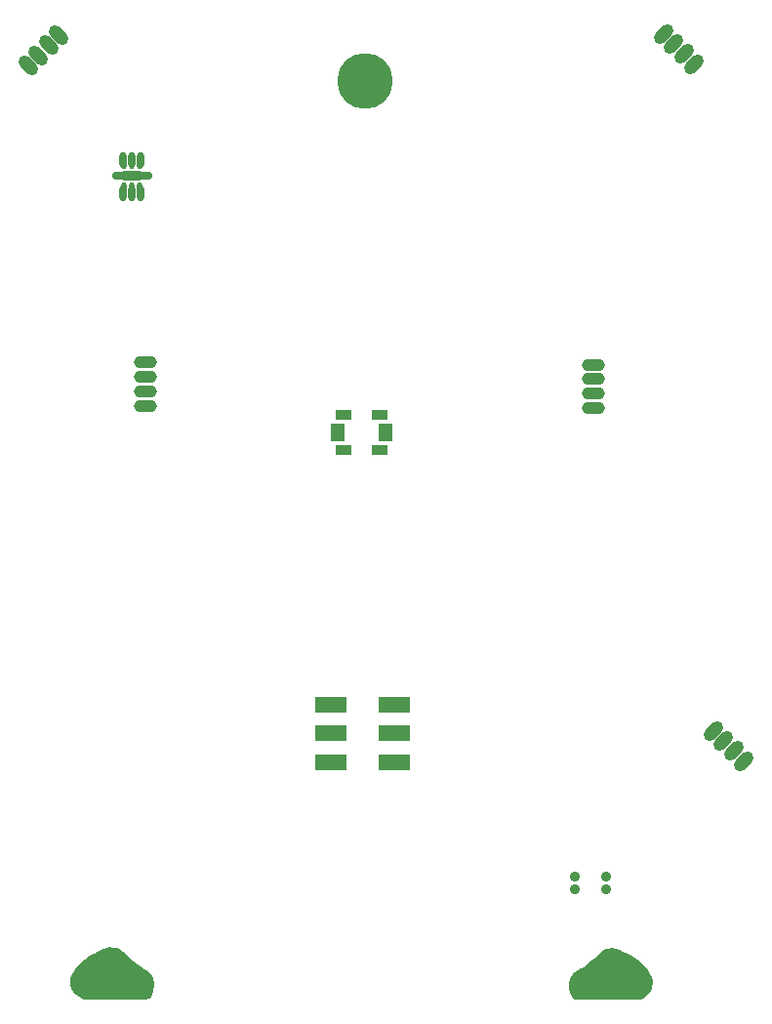
<source format=gts>
G04 Layer_Color=8388736*
%FSAX24Y24*%
%MOIN*%
G70*
G01*
G75*
%ADD30C,0.1900*%
%ADD78R,0.1064X0.0552*%
%ADD79R,0.1065X0.0550*%
%ADD80C,0.0356*%
%ADD81R,0.0454X0.0631*%
%ADD82R,0.0533X0.0375*%
%ADD83O,0.0178X0.0277*%
%ADD84R,0.0612X0.0336*%
%ADD85O,0.0260X0.0560*%
%ADD86O,0.0680X0.0280*%
%ADD87O,0.0780X0.0430*%
G04:AMPARAMS|DCode=88|XSize=78mil|YSize=43mil|CornerRadius=0mil|HoleSize=0mil|Usage=FLASHONLY|Rotation=45.000|XOffset=0mil|YOffset=0mil|HoleType=Round|Shape=Round|*
%AMOVALD88*
21,1,0.0350,0.0430,0.0000,0.0000,45.0*
1,1,0.0430,-0.0124,-0.0124*
1,1,0.0430,0.0124,0.0124*
%
%ADD88OVALD88*%

G04:AMPARAMS|DCode=89|XSize=78mil|YSize=43mil|CornerRadius=0mil|HoleSize=0mil|Usage=FLASHONLY|Rotation=135.000|XOffset=0mil|YOffset=0mil|HoleType=Round|Shape=Round|*
%AMOVALD89*
21,1,0.0350,0.0430,0.0000,0.0000,135.0*
1,1,0.0430,0.0124,-0.0124*
1,1,0.0430,-0.0124,0.0124*
%
%ADD89OVALD89*%

G36*
X037983Y012163D02*
X038044Y012143D01*
X038085Y012121D01*
X038097Y012116D01*
X038129Y012103D01*
X038216Y012063D01*
X038303Y012021D01*
X038388Y011977D01*
X038430Y011954D01*
X038430Y011954D01*
X038490Y011927D01*
X038605Y011862D01*
X038714Y011788D01*
X038817Y011705D01*
X038912Y011614D01*
X039000Y011515D01*
X039079Y011409D01*
X039150Y011298D01*
X039180Y011239D01*
X039180Y011239D01*
X039192Y011211D01*
X039210Y011151D01*
X039222Y011091D01*
X039229Y011029D01*
X039230Y010998D01*
X039230Y010998D01*
X039229Y010955D01*
X039216Y010869D01*
X039191Y010786D01*
X039154Y010707D01*
X039107Y010635D01*
X039049Y010570D01*
X038983Y010514D01*
X038910Y010468D01*
X038870Y010450D01*
X038870Y010450D01*
X038861Y010441D01*
X038840Y010429D01*
X038817Y010421D01*
X038792Y010418D01*
X038780Y010420D01*
X036655Y010420D01*
X036627Y010420D01*
X036572Y010434D01*
X036523Y010462D01*
X036483Y010502D01*
X036468Y010526D01*
X036440Y010572D01*
X036400Y010672D01*
X036374Y010776D01*
X036365Y010883D01*
X036373Y010990D01*
X036396Y011095D01*
X036436Y011195D01*
X036490Y011288D01*
X036513Y011317D01*
X036530Y011336D01*
X036559Y011359D01*
X036588Y011373D01*
X036597Y011378D01*
X036685Y011424D01*
X036771Y011474D01*
X036855Y011527D01*
X036896Y011555D01*
X036933Y011584D01*
X036934Y011584D01*
X037006Y011642D01*
X037079Y011702D01*
X037150Y011762D01*
X037185Y011793D01*
X037185Y011793D01*
X037185Y011793D01*
X037221Y011825D01*
X037293Y011890D01*
X037363Y011956D01*
X037432Y012022D01*
X037433Y012023D01*
X037444Y012034D01*
X037474Y012061D01*
X037506Y012083D01*
X037544Y012107D01*
X037685Y012157D01*
X037833Y012176D01*
X037983Y012163D01*
D02*
G37*
G36*
X020817Y012199D02*
X020945Y012171D01*
X021006Y012144D01*
X021013Y012141D01*
X021018Y012138D01*
X021058Y012114D01*
X021058Y012114D01*
Y012114D01*
X021058Y012114D01*
X021063Y012110D01*
X021074Y012104D01*
X021074Y012104D01*
X021086Y012099D01*
X021086Y012099D01*
X021097Y012095D01*
X021097Y012095D01*
X021100Y012094D01*
X021103Y012094D01*
X021146Y012052D01*
X021231Y011969D01*
X021317Y011888D01*
X021405Y011809D01*
X021450Y011770D01*
X021506Y011721D01*
X021624Y011628D01*
X021746Y011543D01*
X021874Y011466D01*
X021940Y011430D01*
X021986Y011403D01*
X022064Y011331D01*
X022126Y011244D01*
X022167Y011146D01*
X022178Y011094D01*
X022194Y011021D01*
X022203Y010871D01*
X022186Y010722D01*
X022143Y010578D01*
X022110Y010510D01*
X022092Y010492D01*
X022048Y010462D01*
X021999Y010442D01*
X021947Y010431D01*
X021920Y010431D01*
X019799Y010431D01*
X019738Y010447D01*
X019625Y010504D01*
X019526Y010582D01*
X019445Y010678D01*
X019384Y010789D01*
X019348Y010910D01*
X019336Y011036D01*
X019350Y011161D01*
X019369Y011221D01*
X019369Y011221D01*
X019369D01*
X019399Y011282D01*
X019468Y011398D01*
X019547Y011508D01*
X019634Y011611D01*
X019729Y011706D01*
X019833Y011794D01*
X019943Y011872D01*
X020059Y011941D01*
X020119Y011971D01*
Y011971D01*
X020119Y011971D01*
X020161Y011994D01*
X020246Y012038D01*
X020333Y012080D01*
X020420Y012119D01*
X020464Y012138D01*
X020467Y012141D01*
X020475Y012147D01*
X020482Y012152D01*
X020491Y012156D01*
X020495Y012157D01*
X020556Y012180D01*
X020686Y012203D01*
X020817Y012199D01*
D02*
G37*
D30*
X029400Y041800D02*
D03*
D78*
X030393Y018526D02*
D03*
D79*
Y019510D02*
D03*
Y020494D02*
D03*
X028227Y018526D02*
D03*
Y019510D02*
D03*
Y020494D02*
D03*
D80*
X036576Y014174D02*
D03*
X037624D02*
D03*
Y014626D02*
D03*
X036576D02*
D03*
D81*
X028483Y029800D02*
D03*
X030117D02*
D03*
D82*
X028680Y030400D02*
D03*
X029920Y029200D02*
D03*
X028680D02*
D03*
X029920Y030400D02*
D03*
D83*
X021716Y038924D02*
D03*
X021450Y038924D02*
D03*
X021184Y038924D02*
D03*
X021716Y038176D02*
D03*
X021450Y038176D02*
D03*
X021184Y038176D02*
D03*
D84*
X021450Y038550D02*
D03*
D85*
X021150Y037950D02*
D03*
X021750D02*
D03*
X021450D02*
D03*
X021750Y039100D02*
D03*
X021450D02*
D03*
X021150D02*
D03*
D86*
X021800Y038550D02*
D03*
X021100D02*
D03*
D87*
X037200Y030624D02*
D03*
Y031116D02*
D03*
Y031608D02*
D03*
Y032100D02*
D03*
X021900Y032176D02*
D03*
Y031684D02*
D03*
Y031192D02*
D03*
Y030700D02*
D03*
D88*
X040644Y042356D02*
D03*
X040296Y042704D02*
D03*
X039948Y043052D02*
D03*
X039600Y043400D02*
D03*
X042344Y018556D02*
D03*
X041996Y018904D02*
D03*
X041648Y019252D02*
D03*
X041300Y019600D02*
D03*
D89*
X018948Y043362D02*
D03*
X018600Y043014D02*
D03*
X018252Y042666D02*
D03*
X017904Y042318D02*
D03*
M02*

</source>
